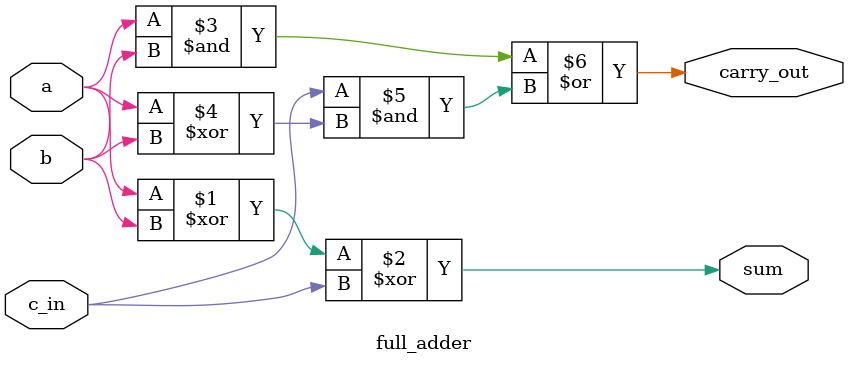
<source format=sv>
module full_adder(
    input logic a, b, c_in,
    output logic sum, carry_out
);

assign sum = a ^ b ^ c_in;
assign carry_out = (a & b) | (c_in & (a ^ b));

endmodule
</source>
